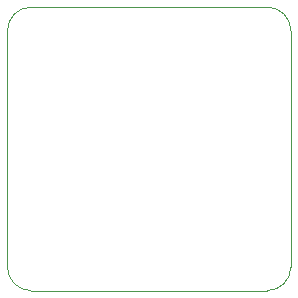
<source format=gbr>
%TF.GenerationSoftware,KiCad,Pcbnew,(5.1.9)-1*%
%TF.CreationDate,2021-08-13T14:48:15+01:00*%
%TF.ProjectId,5-servos,352d7365-7276-46f7-932e-6b696361645f,rev?*%
%TF.SameCoordinates,Original*%
%TF.FileFunction,Profile,NP*%
%FSLAX46Y46*%
G04 Gerber Fmt 4.6, Leading zero omitted, Abs format (unit mm)*
G04 Created by KiCad (PCBNEW (5.1.9)-1) date 2021-08-13 14:48:15*
%MOMM*%
%LPD*%
G01*
G04 APERTURE LIST*
%TA.AperFunction,Profile*%
%ADD10C,0.050000*%
%TD*%
G04 APERTURE END LIST*
D10*
X160000000Y-140000000D02*
X180000000Y-140000000D01*
X160000000Y-164000000D02*
X180000000Y-164000000D01*
X182000000Y-142000000D02*
X182000000Y-162000000D01*
X158000000Y-162000000D02*
X158000000Y-142000000D01*
X182000000Y-162000000D02*
G75*
G02*
X180000000Y-164000000I-2000000J0D01*
G01*
X180000000Y-140000000D02*
G75*
G02*
X182000000Y-142000000I0J-2000000D01*
G01*
X158000000Y-142000000D02*
G75*
G02*
X160000000Y-140000000I2000000J0D01*
G01*
X160000000Y-164000000D02*
G75*
G02*
X158000000Y-162000000I0J2000000D01*
G01*
M02*

</source>
